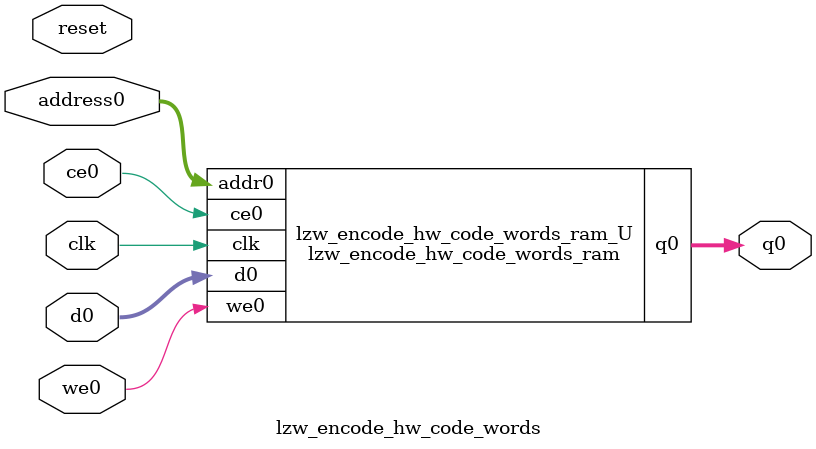
<source format=v>
`timescale 1 ns / 1 ps
module lzw_encode_hw_code_words_ram (addr0, ce0, d0, we0, q0,  clk);

parameter DWIDTH = 13;
parameter AWIDTH = 13;
parameter MEM_SIZE = 8192;

input[AWIDTH-1:0] addr0;
input ce0;
input[DWIDTH-1:0] d0;
input we0;
output reg[DWIDTH-1:0] q0;
input clk;

reg [DWIDTH-1:0] ram[0:MEM_SIZE-1];




always @(posedge clk)  
begin 
    if (ce0) begin
        if (we0) 
            ram[addr0] <= d0; 
        q0 <= ram[addr0];
    end
end


endmodule

`timescale 1 ns / 1 ps
module lzw_encode_hw_code_words(
    reset,
    clk,
    address0,
    ce0,
    we0,
    d0,
    q0);

parameter DataWidth = 32'd13;
parameter AddressRange = 32'd8192;
parameter AddressWidth = 32'd13;
input reset;
input clk;
input[AddressWidth - 1:0] address0;
input ce0;
input we0;
input[DataWidth - 1:0] d0;
output[DataWidth - 1:0] q0;



lzw_encode_hw_code_words_ram lzw_encode_hw_code_words_ram_U(
    .clk( clk ),
    .addr0( address0 ),
    .ce0( ce0 ),
    .we0( we0 ),
    .d0( d0 ),
    .q0( q0 ));

endmodule


</source>
